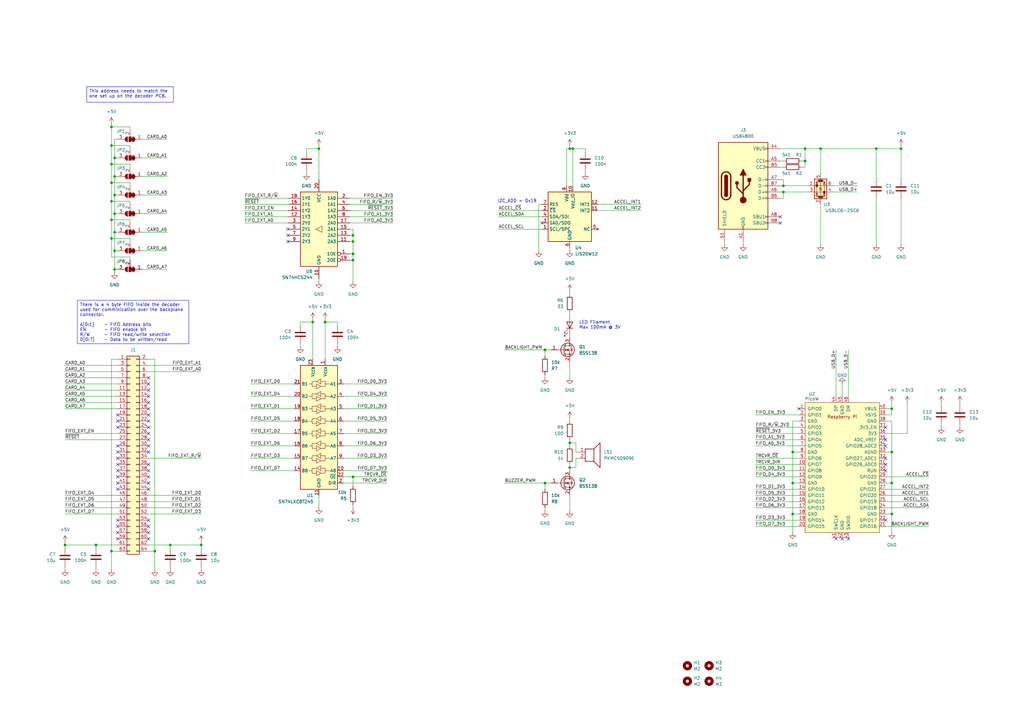
<source format=kicad_sch>
(kicad_sch (version 20231120) (generator "eeschema") (generator_version "8.0")
  (paper "A3")
  (title_block (date "2024-04-22"))
  (junction (at 144.78 104.14))
  (junction (at 144.78 106.68))
  (junction (at 39.37 223.52))
  (junction (at 46.99 95.25))
  (junction (at 359.41 60.96))
  (junction (at 321.31 78.74))
  (junction (at 330.2 60.96))
  (junction (at 45.72 226.06))
  (junction (at 63.5 226.06))
  (junction (at 46.99 110.49))
  (junction (at 321.31 76.2))
  (junction (at 46.99 64.77))
  (junction (at 46.99 80.01))
  (junction (at 46.99 87.63))
  (junction (at 369.57 60.96))
  (junction (at 144.78 96.52))
  (junction (at 45.72 90.17))
  (junction (at 69.85 223.52))
  (junction (at 325.12 185.42))
  (junction (at 45.72 67.31))
  (junction (at 233.68 181.61))
  (junction (at 223.52 198.12))
  (junction (at 46.99 102.87))
  (junction (at 45.72 59.69))
  (junction (at 45.72 82.55))
  (junction (at 45.72 74.93))
  (junction (at 133.35 132.08))
  (junction (at 325.12 198.12))
  (junction (at 365.76 198.12))
  (junction (at 144.78 195.58))
  (junction (at 130.81 60.96))
  (junction (at 234.95 60.96))
  (junction (at 330.2 66.04))
  (junction (at 26.67 223.52))
  (junction (at 45.72 52.07))
  (junction (at 128.27 132.08))
  (junction (at 365.76 210.82))
  (junction (at 365.76 185.42))
  (junction (at 365.76 167.64))
  (junction (at 325.12 210.82))
  (junction (at 336.55 60.96))
  (junction (at 223.52 143.51))
  (junction (at 144.78 99.06))
  (junction (at 233.68 191.77))
  (junction (at 46.99 72.39))
  (junction (at 82.55 223.52))
  (junction (at 233.68 60.96))
  (junction (at 45.72 97.79))
  (no_connect (at 48.26 182.88))
  (no_connect (at 345.44 220.98))
  (no_connect (at 60.96 190.5))
  (no_connect (at 363.22 187.96))
  (no_connect (at 60.96 220.98))
  (no_connect (at 222.25 91.44))
  (no_connect (at 363.22 190.5))
  (no_connect (at 363.22 213.36))
  (no_connect (at 60.96 213.36))
  (no_connect (at 320.04 88.9))
  (no_connect (at 320.04 91.44))
  (no_connect (at 60.96 170.18))
  (no_connect (at 48.26 218.44))
  (no_connect (at 118.11 96.52))
  (no_connect (at 60.96 177.8))
  (no_connect (at 60.96 200.66))
  (no_connect (at 60.96 195.58))
  (no_connect (at 60.96 154.94))
  (no_connect (at 60.96 215.9))
  (no_connect (at 48.26 213.36))
  (no_connect (at 118.11 93.98))
  (no_connect (at 48.26 195.58))
  (no_connect (at 60.96 180.34))
  (no_connect (at 347.98 220.98))
  (no_connect (at 60.96 185.42))
  (no_connect (at 48.26 185.42))
  (no_connect (at 118.11 99.06))
  (no_connect (at 48.26 172.72))
  (no_connect (at 60.96 198.12))
  (no_connect (at 48.26 170.18))
  (no_connect (at 60.96 160.02))
  (no_connect (at 48.26 200.66))
  (no_connect (at 363.22 182.88))
  (no_connect (at 60.96 175.26))
  (no_connect (at 60.96 162.56))
  (no_connect (at 48.26 190.5))
  (no_connect (at 342.9 220.98))
  (no_connect (at 60.96 182.88))
  (no_connect (at 60.96 157.48))
  (no_connect (at 327.66 167.64))
  (no_connect (at 48.26 193.04))
  (no_connect (at 48.26 175.26))
  (no_connect (at 48.26 187.96))
  (no_connect (at 48.26 198.12))
  (no_connect (at 363.22 175.26))
  (no_connect (at 60.96 165.1))
  (no_connect (at 48.26 215.9))
  (no_connect (at 363.22 193.04))
  (no_connect (at 363.22 180.34))
  (no_connect (at 60.96 193.04))
  (no_connect (at 60.96 218.44))
  (no_connect (at 60.96 167.64))
  (no_connect (at 60.96 172.72))
  (no_connect (at 48.26 220.98))
  (wire (pts (xy 45.72 90.17) (xy 45.72 97.79)))
  (wire (pts (xy 26.67 232.41) (xy 26.67 233.68)))
  (wire (pts (xy 140.97 182.88) (xy 158.75 182.88)))
  (wire (pts (xy 60.96 205.74) (xy 82.55 205.74)))
  (wire (pts (xy 144.78 104.14) (xy 144.78 106.68)))
  (wire (pts (xy 207.01 143.51) (xy 223.52 143.51)))
  (wire (pts (xy 158.75 177.8) (xy 140.97 177.8)))
  (wire (pts (xy 325.12 210.82) (xy 327.66 210.82)))
  (wire (pts (xy 207.01 198.12) (xy 223.52 198.12)))
  (wire (pts (xy 68.58 102.87) (xy 58.42 102.87)))
  (wire (pts (xy 125.73 71.12) (xy 125.73 69.85)))
  (wire (pts (xy 363.22 205.74) (xy 381 205.74)))
  (wire (pts (xy 233.68 190.5) (xy 233.68 191.77)))
  (wire (pts (xy 130.81 60.96) (xy 130.81 73.66)))
  (wire (pts (xy 359.41 60.96) (xy 359.41 73.66)))
  (wire (pts (xy 118.11 91.44) (xy 100.33 91.44)))
  (wire (pts (xy 223.52 198.12) (xy 223.52 200.66)))
  (wire (pts (xy 46.99 110.49) (xy 46.99 111.76)))
  (wire (pts (xy 297.18 99.06) (xy 297.18 100.33)))
  (wire (pts (xy 336.55 60.96) (xy 359.41 60.96)))
  (wire (pts (xy 123.19 142.24) (xy 123.19 140.97)))
  (wire (pts (xy 233.68 148.59) (xy 233.68 154.94)))
  (wire (pts (xy 45.72 59.69) (xy 45.72 67.31)))
  (wire (pts (xy 140.97 193.04) (xy 158.75 193.04)))
  (wire (pts (xy 144.78 195.58) (xy 158.75 195.58)))
  (wire (pts (xy 68.58 64.77) (xy 58.42 64.77)))
  (wire (pts (xy 321.31 78.74) (xy 331.47 78.74)))
  (wire (pts (xy 233.68 119.38) (xy 233.68 120.65)))
  (wire (pts (xy 309.88 180.34) (xy 327.66 180.34)))
  (wire (pts (xy 45.72 74.93) (xy 53.34 74.93)))
  (wire (pts (xy 345.44 157.48) (xy 345.44 162.56)))
  (wire (pts (xy 321.31 76.2) (xy 331.47 76.2)))
  (wire (pts (xy 143.51 104.14) (xy 144.78 104.14)))
  (wire (pts (xy 330.2 66.04) (xy 330.2 68.58)))
  (wire (pts (xy 233.68 128.27) (xy 233.68 129.54)))
  (wire (pts (xy 309.88 200.66) (xy 327.66 200.66)))
  (wire (pts (xy 336.55 83.82) (xy 336.55 100.33)))
  (wire (pts (xy 342.9 143.51) (xy 342.9 162.56)))
  (wire (pts (xy 46.99 110.49) (xy 48.26 110.49)))
  (wire (pts (xy 236.22 187.96) (xy 236.22 191.77)))
  (wire (pts (xy 53.34 105.41) (xy 53.34 106.68)))
  (wire (pts (xy 45.72 97.79) (xy 53.34 97.79)))
  (wire (pts (xy 325.12 198.12) (xy 325.12 185.42)))
  (wire (pts (xy 45.72 67.31) (xy 45.72 74.93)))
  (wire (pts (xy 363.22 215.9) (xy 381 215.9)))
  (wire (pts (xy 45.72 226.06) (xy 45.72 147.32)))
  (wire (pts (xy 363.22 195.58) (xy 381 195.58)))
  (wire (pts (xy 53.34 90.17) (xy 53.34 91.44)))
  (wire (pts (xy 330.2 60.96) (xy 336.55 60.96)))
  (wire (pts (xy 365.76 185.42) (xy 363.22 185.42)))
  (wire (pts (xy 330.2 60.96) (xy 330.2 66.04)))
  (wire (pts (xy 327.66 190.5) (xy 309.88 190.5)))
  (wire (pts (xy 26.67 152.4) (xy 48.26 152.4)))
  (wire (pts (xy 359.41 81.28) (xy 359.41 100.33)))
  (wire (pts (xy 46.99 57.15) (xy 46.99 64.77)))
  (wire (pts (xy 120.65 177.8) (xy 102.87 177.8)))
  (wire (pts (xy 26.67 167.64) (xy 48.26 167.64)))
  (wire (pts (xy 120.65 157.48) (xy 102.87 157.48)))
  (wire (pts (xy 320.04 73.66) (xy 321.31 73.66)))
  (wire (pts (xy 45.72 82.55) (xy 53.34 82.55)))
  (wire (pts (xy 240.03 62.23) (xy 240.03 60.96)))
  (wire (pts (xy 118.11 83.82) (xy 100.33 83.82)))
  (wire (pts (xy 143.51 93.98) (xy 144.78 93.98)))
  (wire (pts (xy 365.76 165.1) (xy 365.76 167.64)))
  (wire (pts (xy 320.04 68.58) (xy 321.31 68.58)))
  (wire (pts (xy 220.98 102.87) (xy 220.98 83.82)))
  (wire (pts (xy 245.11 83.82) (xy 262.89 83.82)))
  (wire (pts (xy 328.93 66.04) (xy 330.2 66.04)))
  (wire (pts (xy 222.25 88.9) (xy 204.47 88.9)))
  (wire (pts (xy 309.88 205.74) (xy 327.66 205.74)))
  (wire (pts (xy 140.97 172.72) (xy 158.75 172.72)))
  (wire (pts (xy 140.97 195.58) (xy 144.78 195.58)))
  (wire (pts (xy 222.25 86.36) (xy 204.47 86.36)))
  (wire (pts (xy 320.04 76.2) (xy 321.31 76.2)))
  (wire (pts (xy 325.12 218.44) (xy 325.12 210.82)))
  (wire (pts (xy 363.22 177.8) (xy 372.11 177.8)))
  (wire (pts (xy 161.29 81.28) (xy 143.51 81.28)))
  (wire (pts (xy 125.73 60.96) (xy 130.81 60.96)))
  (wire (pts (xy 26.67 162.56) (xy 48.26 162.56)))
  (wire (pts (xy 309.88 170.18) (xy 327.66 170.18)))
  (wire (pts (xy 359.41 60.96) (xy 369.57 60.96)))
  (wire (pts (xy 138.43 132.08) (xy 133.35 132.08)))
  (wire (pts (xy 63.5 226.06) (xy 63.5 233.68)))
  (wire (pts (xy 320.04 66.04) (xy 321.31 66.04)))
  (wire (pts (xy 336.55 60.96) (xy 336.55 71.12)))
  (wire (pts (xy 327.66 177.8) (xy 309.88 177.8)))
  (wire (pts (xy 372.11 165.1) (xy 372.11 177.8)))
  (wire (pts (xy 123.19 133.35) (xy 123.19 132.08)))
  (wire (pts (xy 158.75 157.48) (xy 140.97 157.48)))
  (wire (pts (xy 45.72 82.55) (xy 45.72 90.17)))
  (wire (pts (xy 222.25 93.98) (xy 204.47 93.98)))
  (wire (pts (xy 45.72 147.32) (xy 48.26 147.32)))
  (wire (pts (xy 48.26 223.52) (xy 39.37 223.52)))
  (wire (pts (xy 236.22 187.96) (xy 237.49 187.96)))
  (wire (pts (xy 46.99 87.63) (xy 48.26 87.63)))
  (wire (pts (xy 143.51 96.52) (xy 144.78 96.52)))
  (wire (pts (xy 102.87 172.72) (xy 120.65 172.72)))
  (wire (pts (xy 46.99 102.87) (xy 46.99 110.49)))
  (wire (pts (xy 130.81 115.57) (xy 130.81 114.3)))
  (wire (pts (xy 140.97 198.12) (xy 158.75 198.12)))
  (wire (pts (xy 158.75 187.96) (xy 140.97 187.96)))
  (wire (pts (xy 234.95 60.96) (xy 234.95 76.2)))
  (wire (pts (xy 223.52 208.28) (xy 223.52 209.55)))
  (wire (pts (xy 60.96 152.4) (xy 82.55 152.4)))
  (wire (pts (xy 365.76 218.44) (xy 365.76 210.82)))
  (wire (pts (xy 82.55 232.41) (xy 82.55 233.68)))
  (wire (pts (xy 45.72 90.17) (xy 53.34 90.17)))
  (wire (pts (xy 118.11 88.9) (xy 100.33 88.9)))
  (wire (pts (xy 68.58 110.49) (xy 58.42 110.49)))
  (wire (pts (xy 327.66 182.88) (xy 309.88 182.88)))
  (wire (pts (xy 46.99 102.87) (xy 48.26 102.87)))
  (wire (pts (xy 363.22 170.18) (xy 365.76 170.18)))
  (wire (pts (xy 102.87 182.88) (xy 120.65 182.88)))
  (wire (pts (xy 60.96 203.2) (xy 82.55 203.2)))
  (wire (pts (xy 46.99 80.01) (xy 46.99 87.63)))
  (wire (pts (xy 365.76 198.12) (xy 363.22 198.12)))
  (wire (pts (xy 233.68 101.6) (xy 233.68 102.87)))
  (wire (pts (xy 63.5 147.32) (xy 63.5 226.06)))
  (wire (pts (xy 161.29 86.36) (xy 143.51 86.36)))
  (wire (pts (xy 26.67 222.25) (xy 26.67 223.52)))
  (wire (pts (xy 325.12 198.12) (xy 327.66 198.12)))
  (wire (pts (xy 46.99 87.63) (xy 46.99 95.25)))
  (wire (pts (xy 68.58 95.25) (xy 58.42 95.25)))
  (wire (pts (xy 233.68 180.34) (xy 233.68 181.61)))
  (wire (pts (xy 365.76 172.72) (xy 363.22 172.72)))
  (wire (pts (xy 327.66 203.2) (xy 309.88 203.2)))
  (wire (pts (xy 144.78 96.52) (xy 144.78 99.06)))
  (wire (pts (xy 226.06 198.12) (xy 223.52 198.12)))
  (wire (pts (xy 39.37 232.41) (xy 39.37 233.68)))
  (wire (pts (xy 325.12 210.82) (xy 325.12 198.12)))
  (wire (pts (xy 26.67 223.52) (xy 26.67 224.79)))
  (wire (pts (xy 240.03 60.96) (xy 234.95 60.96)))
  (wire (pts (xy 46.99 57.15) (xy 48.26 57.15)))
  (wire (pts (xy 39.37 223.52) (xy 26.67 223.52)))
  (wire (pts (xy 365.76 185.42) (xy 365.76 172.72)))
  (wire (pts (xy 233.68 191.77) (xy 233.68 193.04)))
  (wire (pts (xy 120.65 187.96) (xy 102.87 187.96)))
  (wire (pts (xy 309.88 175.26) (xy 327.66 175.26)))
  (wire (pts (xy 60.96 187.96) (xy 82.55 187.96)))
  (wire (pts (xy 232.41 60.96) (xy 232.41 76.2)))
  (wire (pts (xy 102.87 162.56) (xy 120.65 162.56)))
  (wire (pts (xy 46.99 64.77) (xy 48.26 64.77)))
  (wire (pts (xy 46.99 72.39) (xy 46.99 80.01)))
  (wire (pts (xy 46.99 95.25) (xy 48.26 95.25)))
  (wire (pts (xy 69.85 223.52) (xy 82.55 223.52)))
  (wire (pts (xy 53.34 74.93) (xy 53.34 76.2)))
  (wire (pts (xy 320.04 60.96) (xy 330.2 60.96)))
  (wire (pts (xy 46.99 80.01) (xy 48.26 80.01)))
  (wire (pts (xy 26.67 157.48) (xy 48.26 157.48)))
  (wire (pts (xy 138.43 133.35) (xy 138.43 132.08)))
  (wire (pts (xy 233.68 171.45) (xy 233.68 172.72)))
  (wire (pts (xy 128.27 132.08) (xy 128.27 147.32)))
  (wire (pts (xy 26.67 180.34) (xy 48.26 180.34)))
  (wire (pts (xy 60.96 223.52) (xy 69.85 223.52)))
  (wire (pts (xy 45.72 50.8) (xy 45.72 52.07)))
  (wire (pts (xy 60.96 210.82) (xy 82.55 210.82)))
  (wire (pts (xy 120.65 167.64) (xy 102.87 167.64)))
  (wire (pts (xy 45.72 74.93) (xy 45.72 82.55)))
  (wire (pts (xy 309.88 193.04) (xy 327.66 193.04)))
  (wire (pts (xy 328.93 68.58) (xy 330.2 68.58)))
  (wire (pts (xy 393.7 173.99) (xy 393.7 175.26)))
  (wire (pts (xy 320.04 81.28) (xy 321.31 81.28)))
  (wire (pts (xy 386.08 173.99) (xy 386.08 175.26)))
  (wire (pts (xy 161.29 88.9) (xy 143.51 88.9)))
  (wire (pts (xy 325.12 185.42) (xy 325.12 172.72)))
  (wire (pts (xy 320.04 78.74) (xy 321.31 78.74)))
  (wire (pts (xy 68.58 72.39) (xy 58.42 72.39)))
  (wire (pts (xy 226.06 143.51) (xy 223.52 143.51)))
  (wire (pts (xy 236.22 181.61) (xy 233.68 181.61)))
  (wire (pts (xy 144.78 106.68) (xy 144.78 115.57)))
  (wire (pts (xy 223.52 143.51) (xy 223.52 146.05)))
  (wire (pts (xy 45.72 59.69) (xy 53.34 59.69)))
  (wire (pts (xy 325.12 172.72) (xy 327.66 172.72)))
  (wire (pts (xy 45.72 105.41) (xy 53.34 105.41)))
  (wire (pts (xy 237.49 185.42) (xy 236.22 185.42)))
  (wire (pts (xy 26.67 160.02) (xy 48.26 160.02)))
  (wire (pts (xy 347.98 143.51) (xy 347.98 162.56)))
  (wire (pts (xy 53.34 82.55) (xy 53.34 83.82)))
  (wire (pts (xy 26.67 205.74) (xy 48.26 205.74)))
  (wire (pts (xy 233.68 181.61) (xy 233.68 182.88)))
  (wire (pts (xy 236.22 181.61) (xy 236.22 185.42)))
  (wire (pts (xy 233.68 203.2) (xy 233.68 209.55)))
  (wire (pts (xy 233.68 60.96) (xy 234.95 60.96)))
  (wire (pts (xy 365.76 198.12) (xy 365.76 185.42)))
  (wire (pts (xy 393.7 165.1) (xy 393.7 166.37)))
  (wire (pts (xy 240.03 71.12) (xy 240.03 69.85)))
  (wire (pts (xy 53.34 59.69) (xy 53.34 60.96)))
  (wire (pts (xy 363.22 200.66) (xy 381 200.66)))
  (wire (pts (xy 143.51 99.06) (xy 144.78 99.06)))
  (wire (pts (xy 68.58 80.01) (xy 58.42 80.01)))
  (wire (pts (xy 327.66 208.28) (xy 309.88 208.28)))
  (wire (pts (xy 233.68 137.16) (xy 233.68 138.43)))
  (wire (pts (xy 369.57 59.69) (xy 369.57 60.96)))
  (wire (pts (xy 327.66 195.58) (xy 309.88 195.58)))
  (wire (pts (xy 60.96 149.86) (xy 82.55 149.86)))
  (wire (pts (xy 140.97 162.56) (xy 158.75 162.56)))
  (wire (pts (xy 369.57 60.96) (xy 369.57 73.66)))
  (wire (pts (xy 369.57 81.28) (xy 369.57 100.33)))
  (wire (pts (xy 341.63 76.2) (xy 351.79 76.2)))
  (wire (pts (xy 26.67 165.1) (xy 48.26 165.1)))
  (wire (pts (xy 144.78 208.28) (xy 144.78 207.01)))
  (wire (pts (xy 46.99 64.77) (xy 46.99 72.39)))
  (wire (pts (xy 46.99 72.39) (xy 48.26 72.39)))
  (wire (pts (xy 365.76 210.82) (xy 363.22 210.82)))
  (wire (pts (xy 233.68 59.69) (xy 233.68 60.96)))
  (wire (pts (xy 26.67 203.2) (xy 48.26 203.2)))
  (wire (pts (xy 365.76 167.64) (xy 365.76 170.18)))
  (wire (pts (xy 304.8 99.06) (xy 304.8 100.33)))
  (wire (pts (xy 128.27 130.81) (xy 128.27 132.08)))
  (wire (pts (xy 26.67 208.28) (xy 48.26 208.28)))
  (wire (pts (xy 118.11 86.36) (xy 100.33 86.36)))
  (wire (pts (xy 82.55 223.52) (xy 82.55 224.79)))
  (wire (pts (xy 223.52 153.67) (xy 223.52 154.94)))
  (wire (pts (xy 363.22 167.64) (xy 365.76 167.64)))
  (wire (pts (xy 144.78 195.58) (xy 144.78 199.39)))
  (wire (pts (xy 26.67 177.8) (xy 48.26 177.8)))
  (wire (pts (xy 45.72 52.07) (xy 53.34 52.07)))
  (wire (pts (xy 363.22 208.28) (xy 381 208.28)))
  (wire (pts (xy 48.26 226.06) (xy 45.72 226.06)))
  (wire (pts (xy 309.88 213.36) (xy 327.66 213.36)))
  (wire (pts (xy 26.67 149.86) (xy 48.26 149.86)))
  (wire (pts (xy 144.78 99.06) (xy 144.78 104.14)))
  (wire (pts (xy 26.67 210.82) (xy 48.26 210.82)))
  (wire (pts (xy 161.29 91.44) (xy 143.51 91.44)))
  (wire (pts (xy 60.96 226.06) (xy 63.5 226.06)))
  (wire (pts (xy 133.35 132.08) (xy 133.35 147.32)))
  (wire (pts (xy 125.73 62.23) (xy 125.73 60.96)))
  (wire (pts (xy 45.72 97.79) (xy 45.72 105.41)))
  (wire (pts (xy 220.98 83.82) (xy 222.25 83.82)))
  (wire (pts (xy 45.72 67.31) (xy 53.34 67.31)))
  (wire (pts (xy 130.81 208.28) (xy 130.81 203.2)))
  (wire (pts (xy 138.43 142.24) (xy 138.43 140.97)))
  (wire (pts (xy 60.96 147.32) (xy 63.5 147.32)))
  (wire (pts (xy 53.34 67.31) (xy 53.34 68.58)))
  (wire (pts (xy 321.31 78.74) (xy 321.31 81.28)))
  (wire (pts (xy 363.22 203.2) (xy 381 203.2)))
  (wire (pts (xy 39.37 223.52) (xy 39.37 224.79)))
  (wire (pts (xy 45.72 52.07) (xy 45.72 59.69)))
  (wire (pts (xy 60.96 208.28) (xy 82.55 208.28)))
  (wire (pts (xy 327.66 215.9) (xy 309.88 215.9)))
  (wire (pts (xy 69.85 232.41) (xy 69.85 233.68)))
  (wire (pts (xy 161.29 83.82) (xy 143.51 83.82)))
  (wire (pts (xy 236.22 191.77) (xy 233.68 191.77)))
  (wire (pts (xy 46.99 95.25) (xy 46.99 102.87)))
  (wire (pts (xy 158.75 167.64) (xy 140.97 167.64)))
  (wire (pts (xy 143.51 106.68) (xy 144.78 106.68)))
  (wire (pts (xy 133.35 130.81) (xy 133.35 132.08)))
  (wire (pts (xy 53.34 52.07) (xy 53.34 53.34)))
  (wire (pts (xy 123.19 132.08) (xy 128.27 132.08)))
  (wire (pts (xy 82.55 222.25) (xy 82.55 223.52)))
  (wire (pts (xy 309.88 187.96) (xy 327.66 187.96)))
  (wire (pts (xy 68.58 57.15) (xy 58.42 57.15)))
  (wire (pts (xy 118.11 81.28) (xy 100.33 81.28)))
  (wire (pts (xy 45.72 226.06) (xy 45.72 233.68)))
  (wire (pts (xy 144.78 93.98) (xy 144.78 96.52)))
  (wire (pts (xy 321.31 73.66) (xy 321.31 76.2)))
  (wire (pts (xy 232.41 60.96) (xy 233.68 60.96)))
  (wire (pts (xy 68.58 87.63) (xy 58.42 87.63)))
  (wire (pts (xy 325.12 185.42) (xy 327.66 185.42)))
  (wire (pts (xy 341.63 78.74) (xy 351.79 78.74)))
  (wire (pts (xy 130.81 59.69) (xy 130.81 60.96)))
  (wire (pts (xy 69.85 223.52) (xy 69.85 224.79)))
  (wire (pts (xy 386.08 165.1) (xy 386.08 166.37)))
  (wire (pts (xy 53.34 97.79) (xy 53.34 99.06)))
  (wire (pts (xy 102.87 193.04) (xy 120.65 193.04)))
  (wire (pts (xy 245.11 86.36) (xy 262.89 86.36)))
  (wire (pts (xy 365.76 210.82) (xy 365.76 198.12)))
  (wire (pts (xy 26.67 154.94) (xy 48.26 154.94)))
  (text_box "This address needs to match the one set up on the decoder PCB." (at 35.56 35.56 0) (size 35.56 6.35) (effects (font (size 1.27 1.27)) (justify left top)))
  (text_box "There is a 4 byte FIFO inside the decoder used for comminication over the backplane connector.\n\nA[0:1]	- FIFO Address bits\nEN		- FIFO enable bit\nR/W		- FIFO read/write selection\nD[0:7]	- Data to be written/read \n" (at 31.75 123.19 0) (size 45.72 17.78) (effects (font (size 1.27 1.27)) (justify left top)))
  (text "I2C_ADD = 0x19" (at 212.09 82.55 0) (effects (font (size 1.27 1.27))))
  (text "LED Filament\nMax 100mA @ 3V\n" (at 237.49 133.35 0) (effects (font (size 1.27 1.27)) (justify left)))
  (label "FIFO_A0_3V3" (at 161.29 91.44 180))
  (label "CARD_A5" (at 68.58 95.25 180))
  (label "FIFO_EXT_D6" (at 26.67 208.28 0))
  (label "ACCEL_SDA" (at 204.47 88.9 0))
  (label "CARD_A0" (at 68.58 57.15 180))
  (label "FIFO_EXT_D4" (at 26.67 203.2 0))
  (label "~{RESET}" (at 100.33 83.82 0))
  (label "ACCEL_~{CS}" (at 381 195.58 180))
  (label "USB_D+" (at 342.9 143.51 270))
  (label "FIFO_D5_3V3" (at 158.75 172.72 180))
  (label "FIFO_EXT_D7" (at 26.67 210.82 0))
  (label "FIFO_EXT_D0" (at 102.87 157.48 0))
  (label "FIFO_D7_3V3" (at 158.75 193.04 180))
  (label "FIFO_D2_3V3" (at 158.75 177.8 180))
  (label "FIFO_EXT_A1" (at 100.33 88.9 0))
  (label "BACKLIGHT_PWM" (at 381 215.9 180))
  (label "ACCEL_SCL" (at 381 205.74 180))
  (label "TRCVR_DIR" (at 309.88 190.5 0))
  (label "FIFO_D3_3V3" (at 158.75 187.96 180))
  (label "FIFO_EXT_D5" (at 26.67 205.74 0))
  (label "FIFO_R{slash}~{W}_3V3" (at 309.88 175.26 0))
  (label "FIFO_EXT_D5" (at 102.87 172.72 0))
  (label "FIFO_EN_3V3" (at 161.29 81.28 180))
  (label "TRCVR_~{OE}" (at 309.88 187.96 0))
  (label "TRCVR_DIR" (at 158.75 198.12 180))
  (label "FIFO_R{slash}~{W}_3V3" (at 161.29 83.82 180))
  (label "CARD_A5" (at 26.67 162.56 0))
  (label "FIFO_D2_3V3" (at 309.88 205.74 0))
  (label "FIFO_EXT_D2" (at 82.55 208.28 180))
  (label "CARD_A6" (at 68.58 102.87 180))
  (label "FIFO_D3_3V3" (at 309.88 213.36 0))
  (label "~{RESET}_3V3" (at 161.29 86.36 180))
  (label "FIFO_EXT_A0" (at 82.55 152.4 180))
  (label "FIFO_D0_3V3" (at 309.88 193.04 0))
  (label "CARD_A2" (at 68.58 72.39 180))
  (label "FIFO_EXT_EN" (at 26.67 177.8 0))
  (label "ACCEL_INT2" (at 262.89 86.36 180))
  (label "FIFO_D1_3V3" (at 309.88 200.66 0))
  (label "ACCEL_INT2" (at 381 200.66 180))
  (label "ACCEL_SDA" (at 381 208.28 180))
  (label "CARD_A0" (at 26.67 149.86 0))
  (label "FIFO_EXT_D3" (at 102.87 187.96 0))
  (label "CARD_A7" (at 68.58 110.49 180))
  (label "CARD_A4" (at 26.67 160.02 0))
  (label "FIFO_D4_3V3" (at 158.75 162.56 180))
  (label "FIFO_EN_3V3" (at 309.88 170.18 0))
  (label "FIFO_D6_3V3" (at 158.75 182.88 180))
  (label "FIFO_D0_3V3" (at 158.75 157.48 180))
  (label "FIFO_D6_3V3" (at 309.88 208.28 0))
  (label "FIFO_EXT_R{slash}~{W}" (at 82.55 187.96 180))
  (label "FIFO_EXT_D4" (at 102.87 162.56 0))
  (label "FIFO_EXT_EN" (at 100.33 86.36 0))
  (label "USB_D-" (at 347.98 143.51 270))
  (label "FIFO_EXT_D3" (at 82.55 210.82 180))
  (label "USB_D-" (at 351.79 76.2 180))
  (label "USB_D+" (at 351.79 78.74 180))
  (label "FIFO_EXT_D7" (at 102.87 193.04 0))
  (label "ACCEL_~{CS}" (at 204.47 86.36 0))
  (label "FIFO_A1_3V3" (at 161.29 88.9 180))
  (label "FIFO_EXT_D0" (at 82.55 203.2 180))
  (label "FIFO_D7_3V3" (at 309.88 215.9 0))
  (label "ACCEL_INT1" (at 262.89 83.82 180))
  (label "FIFO_EXT_D1" (at 102.87 167.64 0))
  (label "~{RESET}_3V3" (at 309.88 177.8 0))
  (label "BUZZER_PWM" (at 207.01 198.12 0))
  (label "FIFO_EXT_D1" (at 82.55 205.74 180))
  (label "FIFO_D5_3V3" (at 309.88 203.2 0))
  (label "CARD_A2" (at 26.67 154.94 0))
  (label "FIFO_D4_3V3" (at 309.88 195.58 0))
  (label "FIFO_EXT_D6" (at 102.87 182.88 0))
  (label "FIFO_A1_3V3" (at 309.88 180.34 0))
  (label "TRCVR_~{OE}" (at 158.75 195.58 180))
  (label "CARD_A3" (at 68.58 80.01 180))
  (label "CARD_A1" (at 68.58 64.77 180))
  (label "CARD_A3" (at 26.67 157.48 0))
  (label "FIFO_EXT_A1" (at 82.55 149.86 180))
  (label "FIFO_EXT_A0" (at 100.33 91.44 0))
  (label "ACCEL_SCL" (at 204.47 93.98 0))
  (label "FIFO_EXT_R{slash}~{W}" (at 100.33 81.28 0))
  (label "ACCEL_INT1" (at 381 203.2 180))
  (label "BACKLIGHT_PWM" (at 207.01 143.51 0))
  (label "FIFO_A0_3V3" (at 309.88 182.88 0))
  (label "CARD_A7" (at 26.67 167.64 0))
  (label "FIFO_EXT_D2" (at 102.87 177.8 0))
  (label "FIFO_D1_3V3" (at 158.75 167.64 180))
  (label "~{RESET}" (at 26.67 180.34 0))
  (label "CARD_A4" (at 68.58 87.63 180))
  (label "CARD_A1" (at 26.67 152.4 0))
  (label "CARD_A6" (at 26.67 165.1 0))
  (symbol (lib_id "power:GND") (at 386.08 175.26 0) (mirror y) (unit 1)
    (property "Reference" "#PWR048" (effects (hide yes)))
    (property "Value" "GND" (at 386.08 180.34 0))
    (property "Description" "Power symbol creates a global label with name \"GND\" , ground" (effects (hide yes)))
  )
  (symbol (lib_id "power:GND") (at 69.85 233.68 0) (mirror y) (unit 1)
    (property "Reference" "#PWR033" (effects (hide yes)))
    (property "Value" "GND" (at 69.85 238.76 0))
    (property "Description" "Power symbol creates a global label with name \"GND\" , ground" (effects (hide yes)))
  )
  (symbol (lib_id "Device:R") (at 223.52 204.47 0) (mirror x) (unit 1)
    (property "Reference" "R8" (at 226.06 205.7401 0) (effects (justify left)))
    (property "Value" "10k" (at 226.06 203.2001 0) (effects (justify left)))
    (property "Footprint" "Resistor_SMD:R_0603_1608Metric" (effects (hide yes)))
    (property "Description" "Resistor" (effects (hide yes)))
  )
  (symbol (lib_id "Jumper:SolderJumper_3_Bridged12") (at 53.34 95.25 180) (unit 1) (exclude_from_sim yes) (in_bom no)
    (property "Reference" "JP6" (at 49.53 91.948 0))
    (property "Value" "SolderJumper_3_Bridged12" (effects (hide yes)))
    (property "Footprint" "Jumper:SolderJumper-3_P1.3mm_Bridged2Bar12_Pad1.0x1.5mm" (effects (hide yes)))
    (property "Description" "3-pole Solder Jumper, pins 1+2 closed/bridged" (effects (hide yes)))
  )
  (symbol (lib_id "power:GND") (at 345.44 157.48 180) (unit 1)
    (property "Reference" "#PWR06" (effects (hide yes)))
    (property "Value" "GND" (at 345.44 153.924 0))
    (property "Description" "Power symbol creates a global label with name \"GND\" , ground" (effects (hide yes)))
  )
  (symbol (lib_id "Device:C") (at 369.57 77.47 0) (unit 1)
    (property "Reference" "C11" (at 373.38 76.1999 0) (effects (justify left)))
    (property "Value" "10u" (at 373.38 78.7399 0) (effects (justify left)))
    (property "Footprint" "Capacitor_SMD:C_0603_1608Metric" (effects (hide yes)))
    (property "Description" "Unpolarized capacitor" (effects (hide yes)))
  )
  (symbol (lib_id "Mechanical:MountingHole") (at 290.83 273.05 0) (unit 1) (exclude_from_sim yes) (in_bom no)
    (property "Reference" "H3" (at 293.37 271.7799 0) (effects (justify left)))
    (property "Value" "M2" (at 293.37 274.3199 0) (effects (justify left)))
    (property "Footprint" "MountingHole:MountingHole_2.2mm_M2_DIN965_Pad" (effects (hide yes)))
    (property "Description" "Mounting Hole without connection" (effects (hide yes)))
  )
  (symbol (lib_id "Connector:USB_C_Receptacle_USB2.0") (at 304.8 76.2 0) (unit 1)
    (property "Reference" "J3" (at 304.8 53.34 0))
    (property "Value" "USB4800" (at 304.8 55.88 0))
    (property "Footprint" "Connector_USB:USB_C_Receptacle_XKB_U262-16XN-4BVC11" (effects (hide yes)))
    (property "Datasheet" "https://www.usb.org/sites/default/files/documents/usb_type-c.zip" (effects (hide yes)))
  )
  (symbol (lib_id "Device:R") (at 325.12 68.58 270) (mirror x) (unit 1)
    (property "Reference" "R2" (at 327.66 71.12 90))
    (property "Value" "5k1" (at 322.58 71.12 90))
    (property "Footprint" "Resistor_SMD:R_0603_1608Metric" (effects (hide yes)))
    (property "Description" "Resistor" (effects (hide yes)))
  )
  (symbol (lib_id "power:+5V") (at 233.68 119.38 0) (unit 1)
    (property "Reference" "#PWR041" (effects (hide yes)))
    (property "Value" "+5V" (at 233.68 114.3 0))
    (property "Description" "Power symbol creates a global label with name \"+5V\"" (effects (hide yes)))
  )
  (symbol (lib_id "Mechanical:MountingHole") (at 281.94 273.05 0) (unit 1) (exclude_from_sim yes) (in_bom no)
    (property "Reference" "H1" (at 284.48 271.7799 0) (effects (justify left)))
    (property "Value" "M2" (at 284.48 274.3199 0) (effects (justify left)))
    (property "Footprint" "MountingHole:MountingHole_2.2mm_M2_DIN965_Pad" (effects (hide yes)))
    (property "Description" "Mounting Hole without connection" (effects (hide yes)))
  )
  (symbol (lib_id "Power_Protection:USBLC6-2SC6") (at 336.55 76.2 0) (unit 1)
    (property "Reference" "U3" (at 339.09 83.82 0))
    (property "Value" "USBLC6-2SC6" (at 345.44 86.36 0))
    (property "Footprint" "Package_TO_SOT_SMD:SOT-23-6" (effects (hide yes)))
    (property "Datasheet" "https://www.st.com/resource/en/datasheet/usblc6-2.pdf" (effects (hide yes)))
    (property "Description" "Very low capacitance ESD protection diode, 2 data-line, SOT-23-6" (effects (hide yes)))
  )
  (symbol (lib_id "Device:Speaker") (at 242.57 185.42 0) (unit 1)
    (property "Reference" "LS1" (at 247.65 185.4199 0) (effects (justify left)))
    (property "Value" "PKMCS0909E" (at 247.65 187.9599 0) (effects (justify left)))
    (property "Footprint" "Buzzer_Beeper:Buzzer_Murata_PKMCS0909E" (effects (hide yes)))
    (property "Description" "Speaker" (effects (hide yes)))
  )
  (symbol (lib_id "Jumper:SolderJumper_3_Bridged12") (at 53.34 64.77 180) (unit 1) (exclude_from_sim yes) (in_bom no)
    (property "Reference" "JP2" (at 49.53 61.468 0))
    (property "Value" "SolderJumper_3_Bridged12" (effects (hide yes)))
    (property "Footprint" "Jumper:SolderJumper-3_P1.3mm_Bridged2Bar12_Pad1.0x1.5mm" (effects (hide yes)))
    (property "Description" "3-pole Solder Jumper, pins 1+2 closed/bridged" (effects (hide yes)))
  )
  (symbol (lib_id "power:+3V3") (at 372.11 165.1 0) (unit 1)
    (property "Reference" "#PWR07" (effects (hide yes)))
    (property "Value" "+3V3" (at 372.11 160.02 0))
    (property "Description" "Power symbol creates a global label with name \"+3V3\"" (effects (hide yes)))
  )
  (symbol (lib_id "Device:C") (at 125.73 66.04 0) (mirror y) (unit 1)
    (property "Reference" "C6" (at 121.92 64.7699 0) (effects (justify left)))
    (property "Value" "100n" (at 121.92 67.3099 0) (effects (justify left)))
    (property "Footprint" "Capacitor_SMD:C_0603_1608Metric" (effects (hide yes)))
    (property "Description" "Unpolarized capacitor" (effects (hide yes)))
  )
  (symbol (lib_id "power:+5V") (at 130.81 59.69 0) (unit 1)
    (property "Reference" "#PWR031" (effects (hide yes)))
    (property "Value" "+5V" (at 130.81 54.61 0))
    (property "Description" "Power symbol creates a global label with name \"+5V\"" (effects (hide yes)))
  )
  (symbol (lib_id "Jumper:SolderJumper_3_Bridged12") (at 53.34 72.39 180) (unit 1) (exclude_from_sim yes) (in_bom no)
    (property "Reference" "JP3" (at 49.53 69.088 0))
    (property "Value" "SolderJumper_3_Bridged12" (effects (hide yes)))
    (property "Footprint" "Jumper:SolderJumper-3_P1.3mm_Bridged2Bar12_Pad1.0x1.5mm" (effects (hide yes)))
    (property "Description" "3-pole Solder Jumper, pins 1+2 closed/bridged" (effects (hide yes)))
  )
  (symbol (lib_id "Device:LED") (at 233.68 133.35 270) (mirror x) (unit 1)
    (property "Reference" "D1" (at 229.87 134.9374 90) (effects (justify right)))
    (property "Value" "LED FILAMENT" (effects (hide yes)))
    (property "Footprint" "decoder:Con_01x02_2.54_SMD" (effects (hide yes)))
    (property "Description" "Light emitting diode" (effects (hide yes)))
  )
  (symbol (lib_id "power:GND") (at 39.37 233.68 0) (unit 1)
    (property "Reference" "#PWR020" (effects (hide yes)))
    (property "Value" "GND" (at 39.37 238.76 0))
    (property "Description" "Power symbol creates a global label with name \"GND\" , ground" (effects (hide yes)))
  )
  (symbol (lib_id "Device:R") (at 223.52 149.86 0) (mirror x) (unit 1)
    (property "Reference" "R7" (at 226.06 151.1301 0) (effects (justify left)))
    (property "Value" "10k" (at 226.06 148.5901 0) (effects (justify left)))
    (property "Footprint" "Resistor_SMD:R_0603_1608Metric" (effects (hide yes)))
    (property "Description" "Resistor" (effects (hide yes)))
  )
  (symbol (lib_id "RPi_Pico:PicoW") (at 345.44 191.77 0) (unit 1)
    (property "Reference" "U2" (at 332.994 161.544 0))
    (property "Value" "PicoW" (at 332.994 163.576 0))
    (property "Footprint" "RPi_PicoW:RPi_Pico_SMD_TH" (effects (hide yes)))
  )
  (symbol (lib_id "power:GND") (at 46.99 111.76 0) (mirror y) (unit 1)
    (property "Reference" "#PWR035" (effects (hide yes)))
    (property "Value" "GND" (at 46.99 116.84 0))
    (property "Description" "Power symbol creates a global label with name \"GND\" , ground" (effects (hide yes)))
  )
  (symbol (lib_id "power:GND") (at 233.68 102.87 0) (mirror y) (unit 1)
    (property "Reference" "#PWR036" (effects (hide yes)))
    (property "Value" "GND" (at 233.68 107.95 0))
    (property "Description" "Power symbol creates a global label with name \"GND\" , ground" (effects (hide yes)))
  )
  (symbol (lib_id "Device:C") (at 138.43 137.16 0) (unit 1)
    (property "Reference" "C4" (at 142.24 135.8899 0) (effects (justify left)))
    (property "Value" "100n" (at 142.24 138.4299 0) (effects (justify left)))
    (property "Footprint" "Capacitor_SMD:C_0603_1608Metric" (effects (hide yes)))
    (property "Description" "Unpolarized capacitor" (effects (hide yes)))
  )
  (symbol (lib_id "Jumper:SolderJumper_3_Bridged12") (at 53.34 80.01 180) (unit 1) (exclude_from_sim yes) (in_bom no)
    (property "Reference" "JP4" (at 49.53 76.708 0))
    (property "Value" "SolderJumper_3_Bridged12" (effects (hide yes)))
    (property "Footprint" "Jumper:SolderJumper-3_P1.3mm_Bridged2Bar12_Pad1.0x1.5mm" (effects (hide yes)))
    (property "Description" "3-pole Solder Jumper, pins 1+2 closed/bridged" (effects (hide yes)))
  )
  (symbol (lib_id "Device:C") (at 393.7 170.18 0) (unit 1)
    (property "Reference" "C13" (at 397.51 168.9099 0) (effects (justify left)))
    (property "Value" "10u" (at 397.51 171.4499 0) (effects (justify left)))
    (property "Footprint" "Capacitor_SMD:C_0603_1608Metric" (effects (hide yes)))
    (property "Description" "Unpolarized capacitor" (effects (hide yes)))
  )
  (symbol (lib_id "Device:C") (at 240.03 66.04 0) (unit 1)
    (property "Reference" "C10" (at 243.84 64.7699 0) (effects (justify left)))
    (property "Value" "100n" (at 243.84 67.3099 0) (effects (justify left)))
    (property "Footprint" "Capacitor_SMD:C_0603_1608Metric" (effects (hide yes)))
    (property "Description" "Unpolarized capacitor" (effects (hide yes)))
  )
  (symbol (lib_id "power:GND") (at 223.52 154.94 0) (mirror y) (unit 1)
    (property "Reference" "#PWR043" (effects (hide yes)))
    (property "Value" "GND" (at 223.52 160.02 0))
    (property "Description" "Power symbol creates a global label with name \"GND\" , ground" (effects (hide yes)))
  )
  (symbol (lib_id "power:GND") (at 233.68 154.94 0) (mirror y) (unit 1)
    (property "Reference" "#PWR042" (effects (hide yes)))
    (property "Value" "GND" (at 233.68 160.02 0))
    (property "Description" "Power symbol creates a global label with name \"GND\" , ground" (effects (hide yes)))
  )
  (symbol (lib_id "power:+5V") (at 365.76 165.1 0) (unit 1)
    (property "Reference" "#PWR08" (effects (hide yes)))
    (property "Value" "+5V" (at 365.76 160.02 0))
    (property "Description" "Power symbol creates a global label with name \"+5V\"" (effects (hide yes)))
  )
  (symbol (lib_id "Jumper:SolderJumper_3_Bridged12") (at 53.34 110.49 180) (unit 1) (exclude_from_sim yes) (in_bom no)
    (property "Reference" "JP8" (at 49.53 107.188 0))
    (property "Value" "SolderJumper_3_Bridged12" (effects (hide yes)))
    (property "Footprint" "Jumper:SolderJumper-3_P1.3mm_Bridged2Bar12_Pad1.0x1.5mm" (effects (hide yes)))
    (property "Description" "3-pole Solder Jumper, pins 1+2 closed/bridged" (effects (hide yes)))
  )
  (symbol (lib_id "power:+3V3") (at 144.78 208.28 180) (unit 1)
    (property "Reference" "#PWR027" (effects (hide yes)))
    (property "Value" "+3V3" (at 144.78 213.36 0))
    (property "Description" "Power symbol creates a global label with name \"+3V3\"" (effects (hide yes)))
  )
  (symbol (lib_id "Transistor_FET:BSS138") (at 231.14 143.51 0) (unit 1)
    (property "Reference" "Q1" (at 237.49 142.2399 0) (effects (justify left)))
    (property "Value" "BSS138" (at 237.49 144.7799 0) (effects (justify left)))
    (property "Footprint" "Package_TO_SOT_SMD:SOT-23" (effects (hide yes)))
    (property "Datasheet" "https://www.onsemi.com/pub/Collateral/BSS138-D.PDF" (effects (hide yes)))
    (property "Description" "50V Vds, 0.22A Id, N-Channel MOSFET, SOT-23" (effects (hide yes)))
  )
  (symbol (lib_id "decoder:LIS2DW12") (at 232.41 88.9 0) (unit 1)
    (property "Reference" "U4" (at 235.8741 101.6 0) (effects (justify left)))
    (property "Value" "LIS2DW12" (at 235.8741 104.14 0) (effects (justify left)))
    (property "Footprint" "Package_LGA:LGA-12_2x2mm_P0.5mm" (effects (hide yes)))
    (property "Description" "3-Axis Accelerometer, 2/4/8g range, I2C/SPI interface" (effects (hide yes)))
  )
  (symbol (lib_id "power:GND") (at 369.57 100.33 0) (mirror y) (unit 1)
    (property "Reference" "#PWR040" (effects (hide yes)))
    (property "Value" "GND" (at 369.57 105.41 0))
    (property "Description" "Power symbol creates a global label with name \"GND\" , ground" (effects (hide yes)))
  )
  (symbol (lib_id "Device:C") (at 39.37 228.6 0) (mirror y) (unit 1)
    (property "Reference" "C5" (at 35.56 227.3299 0) (effects (justify left)))
    (property "Value" "100n" (at 35.56 229.8699 0) (effects (justify left)))
    (property "Footprint" "Capacitor_SMD:C_0603_1608Metric" (effects (hide yes)))
    (property "Description" "Unpolarized capacitor" (effects (hide yes)))
  )
  (symbol (lib_id "power:GND") (at 45.72 233.68 0) (unit 1)
    (property "Reference" "#PWR02" (effects (hide yes)))
    (property "Value" "GND" (at 45.72 238.76 0))
    (property "Description" "Power symbol creates a global label with name \"GND\" , ground" (effects (hide yes)))
  )
  (symbol (lib_id "power:GND") (at 130.81 115.57 0) (mirror y) (unit 1)
    (property "Reference" "#PWR025" (effects (hide yes)))
    (property "Value" "GND" (at 130.81 120.65 0))
    (property "Description" "Power symbol creates a global label with name \"GND\" , ground" (effects (hide yes)))
  )
  (symbol (lib_id "power:+5V") (at 45.72 50.8 0) (unit 1)
    (property "Reference" "#PWR034" (effects (hide yes)))
    (property "Value" "+5V" (at 45.72 45.72 0))
    (property "Description" "Power symbol creates a global label with name \"+5V\"" (effects (hide yes)))
  )
  (symbol (lib_id "Logic_LevelTranslator:SN74LVC8T245") (at 130.81 175.26 0) (mirror y) (unit 1)
    (property "Reference" "U1" (at 128.6159 203.2 0) (effects (justify left)))
    (property "Value" "SN74LXC8T245" (at 128.6159 205.74 0) (effects (justify left)))
    (property "Footprint" "Package_SO:TSSOP-24_4.4x7.8mm_P0.65mm" (effects (hide yes)))
    (property "Datasheet" "https://www.ti.com/lit/ds/symlink/sn74lvc8t245.pdf" (effects (hide yes)))
    (property "Description" "8-Bit Dual-Supply Bus Transceiver With Configurable Voltage Translation and 3-State Outputs" (effects (hide yes)))
  )
  (symbol (lib_id "power:GND") (at 304.8 100.33 0) (mirror y) (unit 1)
    (property "Reference" "#PWR012" (effects (hide yes)))
    (property "Value" "GND" (at 304.8 105.41 0))
    (property "Description" "Power symbol creates a global label with name \"GND\" , ground" (effects (hide yes)))
  )
  (symbol (lib_id "power:GND") (at 297.18 100.33 0) (mirror y) (unit 1)
    (property "Reference" "#PWR011" (effects (hide yes)))
    (property "Value" "GND" (at 297.18 105.41 0))
    (property "Description" "Power symbol creates a global label with name \"GND\" , ground" (effects (hide yes)))
  )
  (symbol (lib_id "power:+5V") (at 82.55 222.25 0) (unit 1)
    (property "Reference" "#PWR01" (effects (hide yes)))
    (property "Value" "+5V" (at 82.55 217.17 0))
    (property "Description" "Power symbol creates a global label with name \"+5V\"" (effects (hide yes)))
  )
  (symbol (lib_id "Jumper:SolderJumper_3_Bridged12") (at 53.34 57.15 180) (unit 1) (exclude_from_sim yes) (in_bom no)
    (property "Reference" "JP1" (at 49.53 53.848 0))
    (property "Value" "SolderJumper_3_Bridged12" (effects (hide yes)))
    (property "Footprint" "Jumper:SolderJumper-3_P1.3mm_Bridged2Bar12_Pad1.0x1.5mm" (effects (hide yes)))
    (property "Description" "3-pole Solder Jumper, pins 1+2 closed/bridged" (effects (hide yes)))
  )
  (symbol (lib_id "power:GND") (at 220.98 102.87 0) (mirror y) (unit 1)
    (property "Reference" "#PWR037" (effects (hide yes)))
    (property "Value" "GND" (at 220.98 107.95 0))
    (property "Description" "Power symbol creates a global label with name \"GND\" , ground" (effects (hide yes)))
  )
  (symbol (lib_id "power:+5V") (at 128.27 130.81 0) (unit 1)
    (property "Reference" "#PWR022" (effects (hide yes)))
    (property "Value" "+5V" (at 128.27 125.73 0))
    (property "Description" "Power symbol creates a global label with name \"+5V\"" (effects (hide yes)))
  )
  (symbol (lib_id "power:+5V") (at 233.68 171.45 0) (unit 1)
    (property "Reference" "#PWR045" (effects (hide yes)))
    (property "Value" "+5V" (at 233.68 166.37 0))
    (property "Description" "Power symbol creates a global label with name \"+5V\"" (effects (hide yes)))
  )
  (symbol (lib_id "power:GND") (at 393.7 175.26 0) (mirror y) (unit 1)
    (property "Reference" "#PWR050" (effects (hide yes)))
    (property "Value" "GND" (at 393.7 180.34 0))
    (property "Description" "Power symbol creates a global label with name \"GND\" , ground" (effects (hide yes)))
  )
  (symbol (lib_id "Mechanical:MountingHole") (at 290.83 279.4 0) (unit 1) (exclude_from_sim yes) (in_bom no)
    (property "Reference" "H4" (at 293.37 278.1299 0) (effects (justify left)))
    (property "Value" "M2" (at 293.37 280.6699 0) (effects (justify left)))
    (property "Footprint" "MountingHole:MountingHole_2.2mm_M2_DIN965_Pad" (effects (hide yes)))
    (property "Description" "Mounting Hole without connection" (effects (hide yes)))
  )
  (symbol (lib_id "Connector_Generic:Conn_02x32_Odd_Even") (at 53.34 185.42 0) (unit 1)
    (property "Reference" "J1" (at 54.61 143.51 0))
    (property "Value" "Conn_02x32_Odd_Even" (effects (hide yes)))
    (property "Footprint" "Connector_PinSocket_2.54mm:PinSocket_2x32_P2.54mm_Vertical_SMD" (effects (hide yes)))
    (property "Description" "Generic connector, double row, 02x32, odd/even pin numbering scheme (row 1 odd numbers, row 2 even numbers), script generated (kicad-library-utils/schlib/autogen/connector/)" (effects (hide yes)))
  )
  (symbol (lib_id "power:+3V3") (at 133.35 130.81 0) (unit 1)
    (property "Reference" "#PWR024" (effects (hide yes)))
    (property "Value" "+3V3" (at 133.35 125.73 0))
    (property "Description" "Power symbol creates a global label with name \"+3V3\"" (effects (hide yes)))
  )
  (symbol (lib_id "power:GND") (at 240.03 71.12 0) (mirror y) (unit 1)
    (property "Reference" "#PWR039" (effects (hide yes)))
    (property "Value" "GND" (at 240.03 76.2 0))
    (property "Description" "Power symbol creates a global label with name \"GND\" , ground" (effects (hide yes)))
  )
  (symbol (lib_id "power:+5V") (at 386.08 165.1 0) (unit 1)
    (property "Reference" "#PWR014" (effects (hide yes)))
    (property "Value" "+5V" (at 386.08 160.02 0))
    (property "Description" "Power symbol creates a global label with name \"+5V\"" (effects (hide yes)))
  )
  (symbol (lib_id "power:GND") (at 63.5 233.68 0) (unit 1)
    (property "Reference" "#PWR03" (effects (hide yes)))
    (property "Value" "GND" (at 63.5 238.76 0))
    (property "Description" "Power symbol creates a global label with name \"GND\" , ground" (effects (hide yes)))
  )
  (symbol (lib_id "power:+3V3") (at 393.7 165.1 0) (unit 1)
    (property "Reference" "#PWR049" (effects (hide yes)))
    (property "Value" "+3V3" (at 393.7 160.02 0))
    (property "Description" "Power symbol creates a global label with name \"+3V3\"" (effects (hide yes)))
  )
  (symbol (lib_id "Device:C") (at 26.67 228.6 0) (mirror y) (unit 1)
    (property "Reference" "C7" (at 22.86 227.3299 0) (effects (justify left)))
    (property "Value" "10u" (at 22.86 229.8699 0) (effects (justify left)))
    (property "Footprint" "Capacitor_SMD:C_0603_1608Metric" (effects (hide yes)))
    (property "Description" "Unpolarized capacitor" (effects (hide yes)))
  )
  (symbol (lib_id "power:+3V3") (at 233.68 59.69 0) (unit 1)
    (property "Reference" "#PWR038" (effects (hide yes)))
    (property "Value" "+3V3" (at 233.68 54.61 0))
    (property "Description" "Power symbol creates a global label with name \"+3V3\"" (effects (hide yes)))
  )
  (symbol (lib_id "power:GND") (at 130.81 208.28 0) (mirror y) (unit 1)
    (property "Reference" "#PWR026" (effects (hide yes)))
    (property "Value" "GND" (at 130.81 213.36 0))
    (property "Description" "Power symbol creates a global label with name \"GND\" , ground" (effects (hide yes)))
  )
  (symbol (lib_id "power:GND") (at 336.55 100.33 0) (mirror y) (unit 1)
    (property "Reference" "#PWR013" (effects (hide yes)))
    (property "Value" "GND" (at 336.55 105.41 0))
    (property "Description" "Power symbol creates a global label with name \"GND\" , ground" (effects (hide yes)))
  )
  (symbol (lib_id "Mechanical:MountingHole") (at 281.94 279.4 0) (unit 1) (exclude_from_sim yes) (in_bom no)
    (property "Reference" "H2" (at 284.48 278.1299 0) (effects (justify left)))
    (property "Value" "M2" (at 284.48 280.6699 0) (effects (justify left)))
    (property "Footprint" "MountingHole:MountingHole_2.2mm_M2_DIN965_Pad" (effects (hide yes)))
    (property "Description" "Mounting Hole without connection" (effects (hide yes)))
  )
  (symbol (lib_id "Transistor_FET:BSS138") (at 231.14 198.12 0) (unit 1)
    (property "Reference" "Q2" (at 237.49 196.8499 0) (effects (justify left)))
    (property "Value" "BSS138" (at 237.49 199.3899 0) (effects (justify left)))
    (property "Footprint" "Package_TO_SOT_SMD:SOT-23" (effects (hide yes)))
    (property "Datasheet" "https://www.onsemi.com/pub/Collateral/BSS138-D.PDF" (effects (hide yes)))
    (property "Description" "50V Vds, 0.22A Id, N-Channel MOSFET, SOT-23" (effects (hide yes)))
  )
  (symbol (lib_id "power:GND") (at 359.41 100.33 0) (mirror y) (unit 1)
    (property "Reference" "#PWR05" (effects (hide yes)))
    (property "Value" "GND" (at 359.41 105.41 0))
    (property "Description" "Power symbol creates a global label with name \"GND\" , ground" (effects (hide yes)))
  )
  (symbol (lib_id "power:GND") (at 233.68 209.55 0) (mirror y) (unit 1)
    (property "Reference" "#PWR046" (effects (hide yes)))
    (property "Value" "GND" (at 233.68 214.63 0))
    (property "Description" "Power symbol creates a global label with name \"GND\" , ground" (effects (hide yes)))
  )
  (symbol (lib_id "Device:R") (at 233.68 186.69 0) (mirror y) (unit 1)
    (property "Reference" "R10" (at 231.14 185.4199 0) (effects (justify left)))
    (property "Value" "1k" (at 231.14 187.9599 0) (effects (justify left)))
    (property "Footprint" "Resistor_SMD:R_0603_1608Metric" (effects (hide yes)))
    (property "Description" "Resistor" (effects (hide yes)))
  )
  (symbol (lib_id "power:GND") (at 123.19 142.24 0) (unit 1)
    (property "Reference" "#PWR021" (effects (hide yes)))
    (property "Value" "GND" (at 123.19 147.32 0))
    (property "Description" "Power symbol creates a global label with name \"GND\" , ground" (effects (hide yes)))
  )
  (symbol (lib_id "74xx:74AHC244") (at 130.81 93.98 0) (mirror y) (unit 1)
    (property "Reference" "U6" (at 128.27 111.252 0) (effects (justify left)))
    (property "Value" "SN74HCS244" (at 128.27 113.792 0) (effects (justify left)))
    (property "Footprint" "Package_SO:TSSOP-20_4.4x6.5mm_P0.65mm" (effects (hide yes)))
    (property "Datasheet" "https://assets.nexperia.com/documents/data-sheet/74AHC_AHCT244.pdf" (effects (hide yes)))
    (property "Description" "8-bit Buffer/Line Driver 3-state" (effects (hide yes)))
  )
  (symbol (lib_id "Jumper:SolderJumper_3_Bridged12") (at 53.34 102.87 180) (unit 1) (exclude_from_sim yes) (in_bom no)
    (property "Reference" "JP7" (at 49.53 99.568 0))
    (property "Value" "SolderJumper_3_Bridged12" (effects (hide yes)))
    (property "Footprint" "Jumper:SolderJumper-3_P1.3mm_Bridged2Bar12_Pad1.0x1.5mm" (effects (hide yes)))
    (property "Description" "3-pole Solder Jumper, pins 1+2 closed/bridged" (effects (hide yes)))
  )
  (symbol (lib_id "power:+5V") (at 26.67 222.25 0) (unit 1)
    (property "Reference" "#PWR029" (effects (hide yes)))
    (property "Value" "+5V" (at 26.67 217.17 0))
    (property "Description" "Power symbol creates a global label with name \"+5V\"" (effects (hide yes)))
  )
  (symbol (lib_id "power:GND") (at 82.55 233.68 0) (mirror y) (unit 1)
    (property "Reference" "#PWR032" (effects (hide yes)))
    (property "Value" "GND" (at 82.55 238.76 0))
    (property "Description" "Power symbol creates a global label with name \"GND\" , ground" (effects (hide yes)))
  )
  (symbol (lib_id "Device:C") (at 82.55 228.6 0) (unit 1)
    (property "Reference" "C8" (at 86.36 227.3299 0) (effects (justify left)))
    (property "Value" "10u" (at 86.36 229.8699 0) (effects (justify left)))
    (property "Footprint" "Capacitor_SMD:C_0603_1608Metric" (effects (hide yes)))
    (property "Description" "Unpolarized capacitor" (effects (hide yes)))
  )
  (symbol (lib_id "Device:C") (at 386.08 170.18 0) (mirror y) (unit 1)
    (property "Reference" "C12" (at 382.27 168.9099 0) (effects (justify left)))
    (property "Value" "10u" (at 382.27 171.4499 0) (effects (justify left)))
    (property "Footprint" "Capacitor_SMD:C_0603_1608Metric" (effects (hide yes)))
    (property "Description" "Unpolarized capacitor" (effects (hide yes)))
  )
  (symbol (lib_id "power:GND") (at 125.73 71.12 0) (unit 1)
    (property "Reference" "#PWR030" (effects (hide yes)))
    (property "Value" "GND" (at 125.73 76.2 0))
    (property "Description" "Power symbol creates a global label with name \"GND\" , ground" (effects (hide yes)))
  )
  (symbol (lib_id "Jumper:SolderJumper_3_Bridged12") (at 53.34 87.63 180) (unit 1) (exclude_from_sim yes) (in_bom no)
    (property "Reference" "JP5" (at 49.53 84.328 0))
    (property "Value" "SolderJumper_3_Bridged12" (effects (hide yes)))
    (property "Footprint" "Jumper:SolderJumper-3_P1.3mm_Bridged2Bar12_Pad1.0x1.5mm" (effects (hide yes)))
    (property "Description" "3-pole Solder Jumper, pins 1+2 closed/bridged" (effects (hide yes)))
  )
  (symbol (lib_id "Device:C") (at 69.85 228.6 0) (unit 1)
    (property "Reference" "C9" (at 73.66 227.3299 0) (effects (justify left)))
    (property "Value" "100n" (at 73.66 229.8699 0) (effects (justify left)))
    (property "Footprint" "Capacitor_SMD:C_0603_1608Metric" (effects (hide yes)))
    (property "Description" "Unpolarized capacitor" (effects (hide yes)))
  )
  (symbol (lib_id "Device:R") (at 233.68 176.53 0) (mirror y) (unit 1)
    (property "Reference" "R9" (at 231.14 175.2599 0) (effects (justify left)))
    (property "Value" "100" (at 231.14 177.7999 0) (effects (justify left)))
    (property "Footprint" "Resistor_SMD:R_0603_1608Metric" (effects (hide yes)))
    (property "Description" "Resistor" (effects (hide yes)))
  )
  (symbol (lib_id "power:GND") (at 223.52 209.55 0) (mirror y) (unit 1)
    (property "Reference" "#PWR044" (effects (hide yes)))
    (property "Value" "GND" (at 223.52 214.63 0))
    (property "Description" "Power symbol creates a global label with name \"GND\" , ground" (effects (hide yes)))
  )
  (symbol (lib_id "Device:C") (at 359.41 77.47 0) (unit 1)
    (property "Reference" "C1" (at 363.22 76.1999 0) (effects (justify left)))
    (property "Value" "10u" (at 363.22 78.7399 0) (effects (justify left)))
    (property "Footprint" "Capacitor_SMD:C_0603_1608Metric" (effects (hide yes)))
    (property "Description" "Unpolarized capacitor" (effects (hide yes)))
  )
  (symbol (lib_id "power:GND") (at 138.43 142.24 0) (mirror y) (unit 1)
    (property "Reference" "#PWR023" (effects (hide yes)))
    (property "Value" "GND" (at 138.43 147.32 0))
    (property "Description" "Power symbol creates a global label with name \"GND\" , ground" (effects (hide yes)))
  )
  (symbol (lib_id "Device:R") (at 325.12 66.04 90) (unit 1)
    (property "Reference" "R1" (at 327.66 63.5 90))
    (property "Value" "5k1" (at 322.58 63.5 90))
    (property "Footprint" "Resistor_SMD:R_0603_1608Metric" (effects (hide yes)))
    (property "Description" "Resistor" (effects (hide yes)))
  )
  (symbol (lib_id "Device:R") (at 233.68 124.46 0) (mirror y) (unit 1)
    (property "Reference" "R6" (at 231.14 123.1899 0) (effects (justify left)))
    (property "Value" "33" (at 231.14 125.7299 0) (effects (justify left)))
    (property "Footprint" "Resistor_SMD:R_0603_1608Metric" (effects (hide yes)))
    (property "Description" "Resistor" (effects (hide yes)))
  )
  (symbol (lib_id "power:GND") (at 365.76 218.44 0) (unit 1)
    (property "Reference" "#PWR010" (effects (hide yes)))
    (property "Value" "GND" (at 365.76 223.52 0))
    (property "Description" "Power symbol creates a global label with name \"GND\" , ground" (effects (hide yes)))
  )
  (symbol (lib_id "Device:R") (at 144.78 203.2 180) (unit 1)
    (property "Reference" "R5" (at 142.24 204.4701 0) (effects (justify left)))
    (property "Value" "10k" (at 142.24 201.9301 0) (effects (justify left)))
    (property "Footprint" "Resistor_SMD:R_0603_1608Metric" (effects (hide yes)))
    (property "Description" "Resistor" (effects (hide yes)))
  )
  (symbol (lib_id "power:GND") (at 325.12 218.44 0) (mirror y) (unit 1)
    (property "Reference" "#PWR09" (effects (hide yes)))
    (property "Value" "GND" (at 325.12 223.52 0))
    (property "Description" "Power symbol creates a global label with name \"GND\" , ground" (effects (hide yes)))
  )
  (symbol (lib_id "power:GND") (at 26.67 233.68 0) (unit 1)
    (property "Reference" "#PWR028" (effects (hide yes)))
    (property "Value" "GND" (at 26.67 238.76 0))
    (property "Description" "Power symbol creates a global label with name \"GND\" , ground" (effects (hide yes)))
  )
  (symbol (lib_id "Device:C") (at 123.19 137.16 0) (mirror y) (unit 1)
    (property "Reference" "C3" (at 119.38 135.8899 0) (effects (justify left)))
    (property "Value" "100n" (at 119.38 138.4299 0) (effects (justify left)))
    (property "Footprint" "Capacitor_SMD:C_0603_1608Metric" (effects (hide yes)))
    (property "Description" "Unpolarized capacitor" (effects (hide yes)))
  )
  (symbol (lib_id "power:+5V") (at 369.57 59.69 0) (unit 1)
    (property "Reference" "#PWR017" (effects (hide yes)))
    (property "Value" "+5V" (at 369.57 54.61 0))
    (property "Description" "Power symbol creates a global label with name \"+5V\"" (effects (hide yes)))
  )
  (symbol (lib_id "power:GND") (at 144.78 115.57 0) (unit 1)
    (property "Reference" "#PWR051" (effects (hide yes)))
    (property "Value" "GND" (at 144.78 120.65 0))
    (property "Description" "Power symbol creates a global label with name \"GND\" , ground" (effects (hide yes)))
  )
)
</source>
